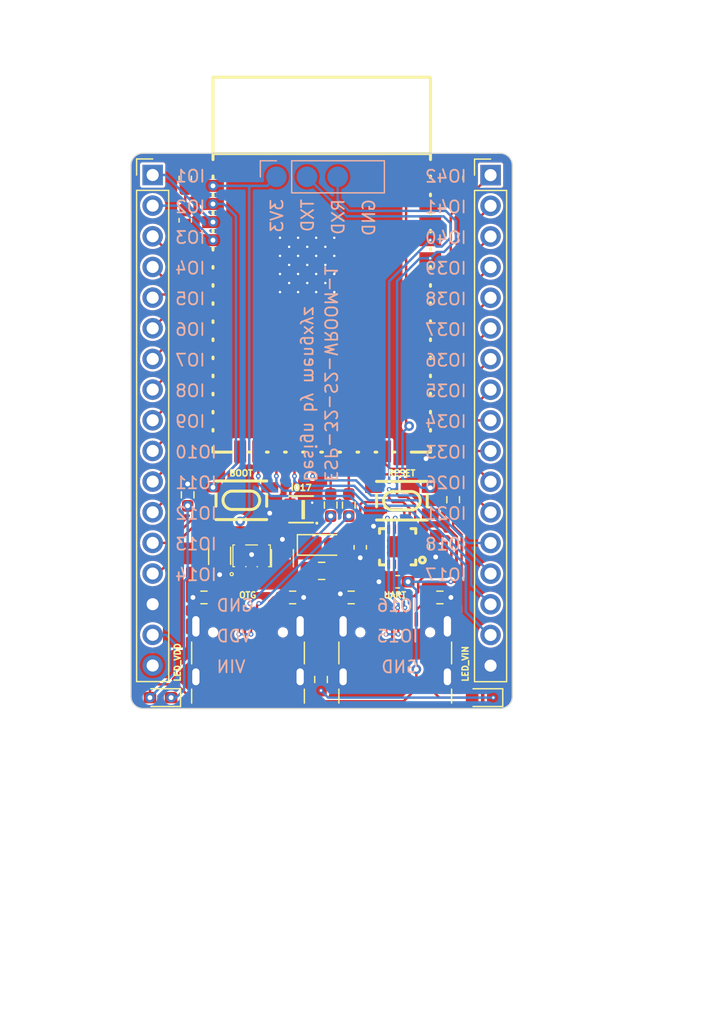
<source format=kicad_pcb>
(kicad_pcb (version 20221018) (generator pcbnew)
  (layers (0 "F.Cu" signal) (31 "B.Cu" signal) (34 "B.Paste" user) (35 "F.Paste" user) (36 "B.SilkS" user "B.Silkscreen") (37 "F.SilkS" user "F.Silkscreen") (38 "B.Mask" user) (39 "F.Mask" user) (44 "Edge.Cuts" user))
  (net 0 "")
  (net 8 "/VBUS")
  (net 9 "GND")
  (net 10 "/VIN")
  (net 11 "Net-(J1-CC1)")
  (net 12 "/UART_D+")
  (net 13 "/UART_D-")
  (net 14 "Net-(J1-CC2)")
  (net 15 "/ESP_D+")
  (net 16 "/ESP_D-")
  (net 19 "Net-(U1-V3)")
  (net 20 "VDD")
  (net 21 "/*ESP_D-")
  (net 22 "/*ESP_D+")
  (net 23 "Net-(J2-CC1)")
  (net 24 "Net-(J2-CC2)")
  (net 25 "/IO18")
  (net 26 "/IO17")
  (net 27 "/IO16")
  (net 28 "/IO15")
  (net 29 "/IO14")
  (net 30 "/IO13")
  (net 31 "/IO12")
  (net 32 "/IO11")
  (net 33 "/IO10")
  (net 34 "/IO9")
  (net 35 "/IO8")
  (net 36 "/IO7")
  (net 37 "/IO6")
  (net 38 "/IO5")
  (net 39 "/IO4")
  (net 40 "/IO3")
  (net 41 "/IO2")
  (net 42 "/IO1")
  (net 43 "/IO45")
  (net 44 "/IO46")
  (net 45 "/IO42")
  (net 46 "/IO41")
  (net 47 "/IO40")
  (net 48 "/IO39")
  (net 49 "/IO38")
  (net 50 "/IO37")
  (net 51 "/IO36")
  (net 52 "/IO35")
  (net 53 "/IO34")
  (net 54 "/IO33")
  (net 55 "/IO26")
  (net 56 "/IO21")
  (net 58 "/VBUS_D")
  (net 59 "/BOOT")
  (net 62 "/RST")
  (net 64 "Net-(D2-K)")
  (net 69 "/UART_RXD")
  (net 70 "/UART_TXD")
  (net 71 "Net-(D3-K)")
  (footprint "Connector_USB:USB_C_Receptacle_GCT_USB4105-xx-A_16P_TopMnt_Horizontal" (layer "F.Cu") (at 130.8 109.8)
    (fp_text reference "J2" hide)
    (fp_text value "USB_C_Receptacle_USB2.0" hide)
  )
  (footprint "Capacitor_SMD:C_0603_1608Metric_Pad1.08x0.95mm_HandSolder" (layer "F.Cu") (at 125.6 73.05 90)
    (fp_text reference "C7" hide)
    (fp_text value "0.1uF" hide)
  )
  (footprint "Capacitor_SMD:C_0603_1608Metric_Pad1.08x0.95mm_HandSolder" (layer "F.Cu") (at 148.1 69.55 90)
    (fp_text reference "C8" hide)
    (fp_text value "0.1uF" hide)
  )
  (footprint "Library:SOT-23-5_L3.0-W1.7-P0.95-LS2.8-BR" (layer "F.Cu") (at 131.1 100.85 -90)
    (fp_text reference "U3" hide)
    (fp_text value "ME6217C33M5G" hide)
  )
  (footprint "LED_SMD:LED_0603_1608Metric_Pad1.05x0.95mm_HandSolder" (layer "F.Cu") (at 150.25 112.6 180)
    (fp_text reference "D3" hide)
    (fp_text value "LED" hide)
  )
  (footprint "Connector_PinHeader_2.54mm:PinHeader_1x17_P2.54mm_Vertical" (layer "F.Cu") (at 150.9 69.31)
    (fp_text reference "J4" hide)
    (fp_text value "Conn_01x17" hide)
  )
  (footprint "Library:SW-SMD_4P-L4.2-W3.2-P2.15-LS5.2" (layer "F.Cu") (at 130.25 96.25 -90)
    (fp_text reference "SW1" hide)
    (fp_text value "TS-1145A-B-A" hide)
  )
  (footprint "Resistor_SMD:R_0603_1608Metric_Pad0.98x0.95mm_HandSolder" (layer "F.Cu") (at 125.8 95.8 90)
    (fp_text reference "R7" hide)
    (fp_text value "300" hide)
  )
  (footprint "Library:TQFN-16_L3.0-W3.0-P0.50-BL-EP1.7" (layer "F.Cu") (at 143.2 100.1 90)
    (fp_text reference "U1" hide)
    (fp_text value "CH343P" hide)
  )
  (footprint "Resistor_SMD:R_0603_1608Metric_Pad0.98x0.95mm_HandSolder" (layer "F.Cu") (at 139.15 96.65 90)
    (fp_text reference "R4" hide)
    (fp_text value "300" hide)
  )
  (footprint "Resistor_SMD:R_0603_1608Metric_Pad0.98x0.95mm_HandSolder" (layer "F.Cu") (at 139.35 104.3)
    (fp_text reference "R1" hide)
    (fp_text value "5.1K" hide)
  )
  (footprint "Capacitor_SMD:C_0603_1608Metric_Pad1.08x0.95mm_HandSolder" (layer "F.Cu") (at 143.2 103 180)
    (fp_text reference "C3" hide)
    (fp_text value "0.1uF" hide)
  )
  (footprint "Capacitor_SMD:C_0603_1608Metric_Pad1.08x0.95mm_HandSolder" (layer "F.Cu") (at 146.35 100.1 90)
    (fp_text reference "C1" hide)
    (fp_text value "1uF" hide)
  )
  (footprint "Library:SW-SMD_4P-L4.2-W3.2-P2.15-LS5.2" (layer "F.Cu") (at 143.55 96.285 90)
    (fp_text reference "SW2" hide)
    (fp_text value "TS-1145A-B-A" hide)
  )
  (footprint "Capacitor_SMD:C_1206_3216Metric_Pad1.33x1.80mm_HandSolder" (layer "F.Cu") (at 128.45 100.85 90)
    (fp_text reference "C5" hide)
    (fp_text value "22uF" hide)
  )
  (footprint "Capacitor_SMD:C_0603_1608Metric_Pad1.08x0.95mm_HandSolder" (layer "F.Cu") (at 125.6 69.55 -90)
    (fp_text reference "C6" hide)
    (fp_text value "1uF" hide)
  )
  (footprint "Resistor_SMD:R_0603_1608Metric_Pad0.98x0.95mm_HandSolder" (layer "F.Cu") (at 146.7 104.3)
    (fp_text reference "R2" hide)
    (fp_text value "5.1K" hide)
  )
  (footprint "Library:WIFI-SMD_ESP32-S2-WROVER-I" (layer "F.Cu") (at 136.9 80.45)
    (fp_text reference "U2" hide)
    (fp_text value "ESP32-S2-WROOM-I(4M)" hide)
  )
  (footprint "Resistor_SMD:R_0603_1608Metric_Pad0.98x0.95mm_HandSolder" (layer "F.Cu") (at 127.15 104.3)
    (fp_text reference "R6" hide)
    (fp_text value "5.1K" hide)
  )
  (footprint "Resistor_SMD:R_0603_1608Metric_Pad0.98x0.95mm_HandSolder" (layer "F.Cu") (at 136.85 111.1 90)
    (fp_text reference "R9" hide)
    (fp_text value "300" hide)
  )
  (footprint "Resistor_SMD:R_0603_1608Metric_Pad0.98x0.95mm_HandSolder" (layer "F.Cu") (at 134.5 104.3)
    (fp_text reference "R5" hide)
    (fp_text value "5.1K" hide)
  )
  (footprint "Library:LED-SMD_4P-L2.0-W2.0-TL_WS2812B-2020" (layer "F.Cu") (at 135.2 97 180)
    (fp_text reference "LED1" hide)
    (fp_text value "WS2812B-2020" hide)
  )
  (footprint "LED_SMD:LED_0603_1608Metric_Pad1.05x0.95mm_HandSolder" (layer "F.Cu") (at 123.55 112.6 180)
    (fp_text reference "D2" hide)
    (fp_text value "LED" hide)
  )
  (footprint "Resistor_SMD:R_0603_1608Metric_Pad0.98x0.95mm_HandSolder" (layer "F.Cu") (at 147.8 96.2 -90)
    (fp_text reference "R8" hide)
    (fp_text value "10K" hide)
  )
  (footprint "Resistor_SMD:R_0603_1608Metric_Pad0.98x0.95mm_HandSolder" (layer "F.Cu") (at 137.65 96.65 -90)
    (fp_text reference "R3" hide)
    (fp_text value "300" hide)
  )
  (footprint "Connector_PinHeader_2.54mm:PinHeader_1x17_P2.54mm_Vertical" (layer "F.Cu") (at 122.9 69.3)
    (fp_text reference "J3" hide)
    (fp_text value "Conn_01x17" hide)
  )
  (footprint "Connector_USB:USB_C_Receptacle_GCT_USB4105-xx-A_16P_TopMnt_Horizontal" (layer "F.Cu") (at 143 109.8)
    (fp_text reference "J1" hide)
    (fp_text value "USB_C_Receptacle_USB2.0" hide)
  )
  (footprint "Fuse:Fuse_0805_2012Metric_Pad1.15x1.40mm_HandSolder" (layer "F.Cu") (at 136.9 102.1)
    (fp_text reference "F1" hide)
    (fp_text value "800mA" hide)
  )
  (footprint "Capacitor_SMD:C_0603_1608Metric_Pad1.08x0.95mm_HandSolder" (layer "F.Cu") (at 140.1 100.15 90)
    (fp_text reference "C2" hide)
    (fp_text value "0.1uF" hide)
  )
  (footprint "Diode_SMD:D_SOD-323_HandSoldering" (layer "F.Cu") (at 136.9 99.95)
    (fp_text reference "D1" hide)
    (fp_text value "1N4148WS" hide)
  )
  (footprint "Capacitor_SMD:C_1206_3216Metric_Pad1.33x1.80mm_HandSolder" (layer "F.Cu") (at 133.65 101.05 -90)
    (fp_text reference "C4" hide)
    (fp_text value "10uF" hide)
  )
  (footprint "Connector_PinHeader_2.54mm:PinHeader_1x04_P2.54mm_Vertical" (layer "B.Cu") (at 133.15 69.45 -90)
    (fp_text reference "J5" hide)
    (fp_text value "UART_TEST_POINT" hide)
  )
  (gr_line (start 152.7 68.5) (end 152.7 112.5) (stroke (width 0.1)) (layer "Edge.Cuts"))
  (gr_arc (start 121.1 68.5) (mid 121.392893 67.792893) (end 122.1 67.5) (stroke (width 0.1)) (layer "Edge.Cuts"))
  (gr_arc (start 152.7 112.5) (mid 152.407107 113.207107) (end 151.7 113.5) (stroke (width 0.1)) (layer "Edge.Cuts"))
  (gr_line (start 121.1 68.5) (end 121.1 112.5) (stroke (width 0.1)) (layer "Edge.Cuts"))
  (gr_arc (start 122.1 113.5) (mid 121.392893 113.207107) (end 121.1 112.5) (stroke (width 0.1)) (layer "Edge.Cuts"))
  (gr_line (start 151.7 113.5) (end 122.1 113.5) (stroke (width 0.1)) (layer "Edge.Cuts"))
  (gr_line (start 122.1 67.5) (end 151.7 67.5) (stroke (width 0.1)) (layer "Edge.Cuts"))
  (gr_arc (start 151.7 67.5) (mid 152.407107 67.792893) (end 152.7 68.5) (stroke (width 0.1)) (layer "Edge.Cuts"))
  (gr_text "IO3" (at 127.35 75.0675) (layer "B.SilkS") (effects (font (size 1 1)) (justify left bottom mirror)))
  (gr_text "IO1" (at 127.35 69.9875) (layer "B.SilkS") (effects (font (size 1 1)) (justify left bottom mirror)))
  (gr_text "IO8" (at 127.35 87.7675) (layer "B.SilkS") (effects (font (size 1 1)) (justify left bottom mirror)))
  (gr_text "ESP-32-S2-WROOM-1" (at 137.0625 94.8 -90) (layer "B.SilkS") (effects (font (size 1 1)) (justify left bottom mirror)))
  (gr_text "IO10" (at 128.302381 92.8475) (layer "B.SilkS") (effects (font (size 1 1)) (justify left bottom mirror)))
  (gr_text "IO7" (at 127.35 85.2275) (layer "B.SilkS") (effects (font (size 1 1)) (justify left bottom mirror)))
  (gr_text "IO26" (at 149 95.3975) (layer "B.SilkS") (effects (font (size 1 1)) (justify left bottom mirror)))
  (gr_text "IO36" (at 149 85.2375) (layer "B.SilkS") (effects (font (size 1 1)) (justify left bottom mirror)))
  (gr_text "IO16" (at 145 105.5575) (layer "B.SilkS") (effects (font (size 1 1)) (justify left bottom mirror)))
  (gr_text "IO4" (at 127.35 77.6075) (layer "B.SilkS") (effects (font (size 1 1)) (justify left bottom mirror)))
  (gr_text "RXD" (at 138.8675 71.2 90) (layer "B.SilkS") (effects (font (size 1 1)) (justify left bottom mirror)))
  (gr_text "IO41" (at 149 72.5375) (layer "B.SilkS") (effects (font (size 1 1)) (justify left bottom mirror)))
  (gr_text "IO11" (at 128.302381 95.3875) (layer "B.SilkS") (effects (font (size 1 1)) (justify left bottom mirror)))
  (gr_text "TXD" (at 136.3275 71.2 90) (layer "B.SilkS") (effects (font (size 1 1)) (justify left bottom mirror)))
  (gr_text "IO9" (at 127.35 90.3075) (layer "B.SilkS") (effects (font (size 1 1)) (justify left bottom mirror)))
  (gr_text "3V3" (at 133.7875 71.2 90) (layer "B.SilkS") (effects (font (size 1 1)) (justify left bottom mirror)))
  (gr_text "IO13" (at 128.302381 100.4675) (layer "B.SilkS") (effects (font (size 1 1)) (justify left bottom mirror)))
  (gr_text "IO40" (at 149 75.0775) (layer "B.SilkS") (effects (font (size 1 1)) (justify left bottom mirror)))
  (gr_text "IO18" (at 149 100.4775) (layer "B.SilkS") (effects (font (size 1 1)) (justify left bottom mirror)))
  (gr_text "IO2" (at 127.35 72.5275) (layer "B.SilkS") (effects (font (size 1 1)) (justify left bottom mirror)))
  (gr_text "IO12" (at 128.302381 97.9275) (layer "B.SilkS") (effects (font (size 1 1)) (justify left bottom mirror)))
  (gr_text "IO34" (at 149 90.3175) (layer "B.SilkS") (effects (font (size 1 1)) (justify left bottom mirror)))
  (gr_text "IO37" (at 149 82.6975) (layer "B.SilkS") (effects (font (size 1 1)) (justify left bottom mirror)))
  (gr_text "GND" (at 145 110.6375) (layer "B.SilkS") (effects (font (size 1 1)) (justify left bottom mirror)))
  (gr_text "IO33" (at 149 92.8575) (layer "B.SilkS") (effects (font (size 1 1)) (justify left bottom mirror)))
  (gr_text "Design by mengxyz" (at 135.3625 94.8 -90) (layer "B.SilkS") (effects (font (size 1 1)) (justify left bottom mirror)))
  (gr_text "IO21" (at 149 97.9375) (layer "B.SilkS") (effects (font (size 1 1)) (justify left bottom mirror)))
  (gr_text "GND" (at 131.35 105.5475) (layer "B.SilkS") (effects (font (size 1 1)) (justify left bottom mirror)))
  (gr_text "IO38" (at 149 80.1575) (layer "B.SilkS") (effects (font (size 1 1)) (justify left bottom mirror)))
  (gr_text "IO6" (at 127.35 82.6875) (layer "B.SilkS") (effects (font (size 1 1)) (justify left bottom mirror)))
  (gr_text "IO35" (at 149 87.7775) (layer "B.SilkS") (effects (font (size 1 1)) (justify left bottom mirror)))
  (gr_text "GND" (at 141.4075 71.2 90) (layer "B.SilkS") (effects (font (size 1 1)) (justify left bottom mirror)))
  (gr_text "IO39" (at 149 77.6175) (layer "B.SilkS") (effects (font (size 1 1)) (justify left bottom mirror)))
  (gr_text "IO17" (at 149 103.0175) (layer "B.SilkS") (effects (font (size 1 1)) (justify left bottom mirror)))
  (gr_text "VDD" (at 131.159524 108.0875) (layer "B.SilkS") (effects (font (size 1 1)) (justify left bottom mirror)))
  (gr_text "VIN" (at 130.683333 110.6275) (layer "B.SilkS") (effects (font (size 1 1)) (justify left bottom mirror)))
  (gr_text "IO15" (at 145 108.0975) (layer "B.SilkS") (effects (font (size 1 1)) (justify left bottom mirror)))
  (gr_text "IO42" (at 149 69.9975) (layer "B.SilkS") (effects (font (size 1 1)) (justify left bottom mirror)))
  (gr_text "IO14" (at 128.302381 103.0075) (layer "B.SilkS") (effects (font (size 1 1)) (justify left bottom mirror)))
  (gr_text "IO5" (at 127.35 80.1475) (layer "B.SilkS") (effects (font (size 1 1)) (justify left bottom mirror)))
  (gr_text "BOOT" (at 129.179464 94.3) (layer "F.SilkS") (effects (font (size 0.5 0.5) (thickness 0.125)) (justify left bottom)))
  (gr_text "OTG" (at 129.991369 104.4) (layer "F.SilkS") (effects (font (size 0.5 0.5) (thickness 0.125)) (justify left bottom)))
  (gr_text "IO17" (at 134.264108 95.5) (layer "F.SilkS") (effects (font (size 0.5 0.5) (thickness 0.125)) (justify left bottom)))
  (gr_text "LED_VDD" (at 125.25 111.35 90) (layer "F.SilkS") (effects (font (size 0.5 0.5) (thickness 0.125)) (justify left bottom)))
  (gr_text "UART" (at 141.977084 104.4) (layer "F.SilkS") (effects (font (size 0.5 0.5) (thickness 0.125)) (justify left bottom)))
  (gr_text "LED_VIN" (at 149.1 111.35 90) (layer "F.SilkS") (effects (font (size 0.5 0.5) (thickness 0.125)) (justify left bottom)))
  (gr_text "RESET" (at 142.312798 94.3) (layer "F.SilkS") (effects (font (size 0.5 0.5) (thickness 0.125)) (justify left bottom)))
  (segment (start 144.65 99.85) (end 145.7375 99.85) (width 0.2) (layer "F.Cu") (net 8))
  (segment (start 147.65 102) (end 147.65 99.55) (width 0.2) (layer "F.Cu") (net 8))
  (segment (start 134.28 97.55) (end 134.9 97.55) (width 0.2) (layer "F.Cu") (net 8))
  (segment (start 144.9 103.85) (end 144.9 103.05) (width 0.2) (layer "F.Cu") (net 8))
  (segment (start 147.65 99.55) (end 147.3375 99.2375) (width 0.2) (layer "F.Cu") (net 8))
  (segment (start 135.65 99.75) (end 135.65 99.95) (width 0.2) (layer "F.Cu") (net 8))
  (segment (start 133.65 101.9125) (end 133.6875 101.9125) (width 0.2) (layer "F.Cu") (net 8))
  (segment (start 136.2 99.05) (end 135.35 99.05) (width 0.2) (layer "F.Cu") (net 8))
  (segment (start 135.2 98.9) (end 135.35 99.05) (width 0.2) (layer "F.Cu") (net 8))
  (segment (start 135.2 97.85) (end 135.2 98.9) (width 0.2) (layer "F.Cu") (net 8))
  (segment (start 144.55 104.2) (end 144.9 103.85) (width 0.2) (layer "F.Cu") (net 8))
  (segment (start 134.9 97.55) (end 135.2 97.85) (width 0.2) (layer "F.Cu") (net 8))
  (segment (start 140.95 101.85) (end 140.95 103.4) (width 0.2) (layer "F.Cu") (net 8))
  (segment (start 141.75 104.2) (end 144.55 104.2) (width 0.2) (layer "F.Cu") (net 8))
  (segment (start 139.35 102.05) (end 139.1 101.8) (width 0.2) (layer "F.Cu") (net 8))
  (segment (start 139.1 101.8) (end 139.1 99.4) (width 0.2) (layer "F.Cu") (net 8))
  (segment (start 144.9 103.05) (end 145.35 102.6) (width 0.2) (layer "F.Cu") (net 8))
  (segment (start 139.1 99.4) (end 138.75 99.05) (width 0.2) (layer "F.Cu") (net 8))
  (segment (start 145.7375 99.85) (end 146.35 99.2375) (width 0.2) (layer "F.Cu") (net 8))
  (segment (start 141.05 99.35) (end 140.95 99.45) (width 0.2) (layer "F.Cu") (net 8))
  (segment (start 138.75 99.05) (end 136.2 99.05) (width 0.2) (layer "F.Cu") (net 8))
  (segment (start 135.65 99.05) (end 135.65 99.95) (width 0.2) (layer "F.Cu") (net 8))
  (segment (start 145.35 102.6) (end 147.05 102.6) (width 0.2) (layer "F.Cu") (net 8))
  (segment (start 147.05 102.6) (end 147.65 102) (width 0.2) (layer "F.Cu") (net 8))
  (segment (start 147.3375 99.2375) (end 146.35 99.2375) (width 0.2) (layer "F.Cu") (net 8))
  (segment (start 141.75 99.35) (end 141.05 99.35) (width 0.2) (layer "F.Cu") (net 8))
  (segment (start 140.95 102.05) (end 139.35 102.05) (width 0.2) (layer "F.Cu") (net 8))
  (segment (start 140.95 103.4) (end 141.75 104.2) (width 0.2) (layer "F.Cu") (net 8))
  (segment (start 140.95 99.45) (end 140.95 101.85) (width 0.2) (layer "F.Cu") (net 8))
  (segment (start 143.65 92.2) (end 144.95 92.2) (width 0.2) (layer "F.Cu") (net 9))
  (segment (start 127.055 106.12) (end 126.48 106.695) (width 0.2) (layer "F.Cu") (net 9))
  (segment (start 146.745 106.12) (end 147.32 106.695) (width 0.2) (layer "F.Cu") (net 9))
  (segment (start 127.6 106.12) (end 127.055 106.12) (width 0.2) (layer "F.Cu") (net 9))
  (segment (start 146.2 106.12) (end 146.745 106.12) (width 0.2) (layer "F.Cu") (net 9))
  (segment (start 144.65 100.35) (end 145.7375 100.35) (width 0.2) (layer "F.Cu") (net 9))
  (segment (start 134 106.12) (end 134.545 106.12) (width 0.2) (layer "F.Cu") (net 9))
  (segment (start 146.35 100.95) (end 146.35 100.9625) (width 0.2) (layer "F.Cu") (net 9))
  (segment (start 138.68 104.23) (end 138.45 104) (width 0.2) (layer "F.Cu") (net 9))
  (segment (start 146.3375 100.95) (end 146.35 100.95) (width 0.2) (layer "F.Cu") (net 9))
  (segment (start 145.7375 100.35) (end 146.3375 100.95) (width 0.2) (layer "F.Cu") (net 9))
  (segment (start 131.1 102.15) (end 131.1 100.75) (width 0.2) (layer "F.Cu") (net 9))
  (segment (start 134.545 106.12) (end 135.12 106.695) (width 0.2) (layer "F.Cu") (net 9))
  (segment (start 144.95 92.2) (end 145.55 92.8) (width 0.2) (layer "F.Cu") (net 9))
  (segment (start 139.255 106.12) (end 138.68 106.695) (width 0.2) (layer "F.Cu") (net 9))
  (segment (start 146.35 100.9625) (end 146.35 100.9625) (width 0.2) (layer "F.Cu") (net 9))
  (segment (start 144.65 100.35) (end 143.45 100.35) (width 0.2) (layer "F.Cu") (net 9))
  (segment (start 139.8 106.12) (end 139.255 106.12) (width 0.2) (layer "F.Cu") (net 9))
  (segment (start 142.3375 103) (end 141.65 103) (width 0.2) (layer "F.Cu") (net 9))
  (via (at 137.95 77.5) (size 0.4) (drill 0.2) (layers "F.Cu" "B.Cu") (net 9))
  (via (at 137.95 76) (size 0.4) (drill 0.2) (layers "F.Cu" "B.Cu") (net 9))
  (via (at 134.95 77.5) (size 0.4) (drill 0.2) (layers "F.Cu" "B.Cu") (net 9))
  (via (at 137.21 78.25) (size 0.4) (drill 0.2) (layers "F.Cu" "B.Cu") (net 9))
  (via (at 131.1 100.75) (size 0.8) (drill 0.4) (layers "F.Cu" "B.Cu") (net 9))
  (via (at 134.95 76) (size 0.4) (drill 0.2) (layers "F.Cu" "B.Cu") (net 9))
  (via (at 135.4125 104.3) (size 0.8) (drill 0.4) (layers "F.Cu" "B.Cu") (net 9))
  (via (at 137.21 76.75) (size 0.4) (drill 0.2) (layers "F.Cu" "B.Cu") (net 9))
  (via (at 136.45 79) (size 0.4) (drill 0.2) (layers "F.Cu" "B.Cu") (net 9))
  (via (at 136.12 96.45) (size 0.4) (drill 0.2) (layers "F.Cu" "B.Cu") (net 9))
  (via (at 137.21 75.25) (size 0.4) (drill 0.2) (layers "F.Cu" "B.Cu") (net 9))
  (via (at 146.35 100.95) (size 0.8) (drill 0.4) (layers "F.Cu" "B.Cu") (net 9))
  (via (at 137.95 79) (size 0.4) (drill 0.2) (layers "F.Cu" "B.Cu") (net 9))
  (via (at 135.71 75.25) (size 0.4) (drill 0.2) (layers "F.Cu" "B.Cu") (net 9))
  (via (at 133.45 79) (size 0.4) (drill 0.2) (layers "F.Cu" "B.Cu") (net 9))
  (via (at 133.45 77.5) (size 0.4) (drill 0.2) (layers "F.Cu" "B.Cu") (net 9))
  (via (at 137.95 74.5) (size 0.4) (drill 0.2) (layers "F.Cu" "B.Cu") (net 9))
  (via (at 133.45 76) (size 0.4) (drill 0.2) (layers "F.Cu" "B.Cu") (net 9))
  (via (at 134.95 79) (size 0.4) (drill 0.2) (layers "F.Cu" "B.Cu") (net 9))
  (via (at 128.45 102.4125) (size 0.8) (drill 0.4) (layers "F.Cu" "B.Cu") (net 9))
  (via (at 133.65 99.4875) (size 0.8) (drill 0.4) (layers "F.Cu" "B.Cu") (net 9))
  (via (at 136.45 76) (size 0.4) (drill 0.2) (layers "F.Cu" "B.Cu") (net 9))
  (via (at 136.45 74.5) (size 0.4) (drill 0.2) (layers "F.Cu" "B.Cu") (net 9))
  (via (at 138.45 104) (size 0.8) (drill 0.4) (layers "F.Cu" "B.Cu") (net 9))
  (via (at 145.55 92.8) (size 0.8) (drill 0.4) (layers "F.Cu" "B.Cu") (net 9))
  (via (at 141.65 103) (size 0.8) (drill 0.4) (layers "F.Cu" "B.Cu") (net 9))
  (via (at 140.1 101.0125) (size 0.8) (drill 0.4) (layers "F.Cu" "B.Cu") (net 9))
  (via (at 125.8 94.9) (size 0.8) (drill 0.4) (layers "F.Cu" "B.Cu") (net 9))
  (via (at 134.21 76.75) (size 0.4) (drill 0.2) (layers "F.Cu" "B.Cu") (net 9))
  (via (at 135.71 76.75) (size 0.4) (drill 0.2) (layers "F.Cu" "B.Cu") (net 9))
  (via (at 135.71 78.25) (size 0.4) (drill 0.2) (layers "F.Cu" "B.Cu") (net 9))
  (via (at 136.45 77.5) (size 0.4) (drill 0.2) (layers "F.Cu" "B.Cu") (net 9))
  (via (at 133.45 74.5) (size 0.4) (drill 0.2) (layers "F.Cu" "B.Cu") (net 9))
  (via (at 132.6 97.32) (size 0.8) (drill 0.4) (layers "F.Cu" "B.Cu") (net 9))
  (via (at 141.2 98.4) (size 0.8) (drill 0.4) (layers "F.Cu" "B.Cu") (net 9))
  (via (at 147.6125 104.3) (size 0.8) (drill 0.4) (layers "F.Cu" "B.Cu") (net 9))
  (via (at 134.21 75.25) (size 0.4) (drill 0.2) (layers "F.Cu" "B.Cu") (net 9))
  (via (at 134.21 78.25) (size 0.4) (drill 0.2) (layers "F.Cu" "B.Cu") (net 9))
  (via (at 126.2375 104.3) (size 0.8) (drill 0.4) (layers "F.Cu" "B.Cu") (net 9))
  (via (at 134.95 74.5) (size 0.4) (drill 0.2) (layers "F.Cu" "B.Cu") (net 9))
  (segment (start 146.65 112.6) (end 145.85 111.8) (width 0.2) (layer "F.Cu") (net 10))
  (segment (start 149.375 112.6) (end 146.65 112.6) (width 0.2) (layer "F.Cu") (net 10))
  (segment (start 123.79 109.05) (end 122.9 109.94) (width 0.2) (layer "F.Cu") (net 10))
  (segment (start 130.9 109.05) (end 123.79 109.05) (width 0.2) (layer "F.Cu") (net 10))
  (segment (start 145.85 111.8) (end 145.85 109.35) (width 0.2) (layer "F.Cu") (net 10))
  (segment (start 141.15 104.3) (end 140.2625 104.3) (width 0.2) (layer "F.Cu") (net 11))
  (segment (start 141.75 104.9) (end 141.15 104.3) (width 0.2) (layer "F.Cu") (net 11))
  (segment (start 141.75 106.12) (end 141.75 104.9) (width 0.2) (layer "F.Cu") (net 11))
  (segment (start 142.75 107.7) (end 142.95 107.9) (width 0.2) (layer "F.Cu") (net 12))
  (segment (start 142.95 98.675) (end 142.95 97.775) (width 0.2) (layer "F.Cu") (net 12))
  (segment (start 143.75 105.2) (end 143.8 105.15) (width 0.2) (layer "F.Cu") (net 12))
  (segment (start 142.95 107.9) (end 143.55 107.9) (width 0.2) (layer "F.Cu") (net 12))
  (segment (start 143.75 107.7) (end 143.75 106.12) (width 0.2) (layer "F.Cu") (net 12))
  (segment (start 142.75 106.12) (end 142.75 107.7) (width 0.2) (layer "F.Cu") (net 12))
  (segment (start 142.95 97.775) (end 143 97.725) (width 0.2) (layer "F.Cu") (net 12))
  (segment (start 143.55 107.9) (end 143.75 107.7) (width 0.2) (layer "F.Cu") (net 12))
  (segment (start 143.75 106.12) (end 143.75 105.2) (width 0.2) (layer "F.Cu") (net 12))
  (via (at 143.8 105.15) (size 0.4) (drill 0.2) (layers "F.Cu" "B.Cu") (net 12))
  (via (at 143 97.725) (size 0.4) (drill 0.2) (layers "F.Cu" "B.Cu") (net 12))
  (segment (start 143.725001 104.656801) (end 142.900001 103.831801) (width 0.2) (layer "B.Cu") (net 12))
  (segment (start 142.900001 97.824999) (end 143 97.725) (width 0.2) (layer "B.Cu") (net 12))
  (segment (start 142.900001 103.831801) (end 142.900001 97.824999) (width 0.2) (layer "B.Cu") (net 12))
  (segment (start 143.8 105.15) (end 143.725001 105.075001) (width 0.2) (layer "B.Cu") (net 12))
  (segment (start 143.725001 105.075001) (end 143.725001 104.656801) (width 0.2) (layer "B.Cu") (net 12))
  (segment (start 143.25 106.12) (end 143.25 107.35) (width 0.2) (layer "F.Cu") (net 13))
  (segment (start 142.45 97.825) (end 142.35 97.725) (width 0.2) (layer "F.Cu") (net 13))
  (segment (start 143.25 106.12) (end 143.25 105.2) (width 0.2) (layer "F.Cu") (net 13))
  (segment (start 142.45 98.675) (end 142.45 97.825) (width 0.2) (layer "F.Cu") (net 13))
  (segment (start 142.25 106.12) (end 142.25 107.35) (width 0.2) (layer "F.Cu") (net 13))
  (segment (start 143.25 105.2) (end 143.2 105.15) (width 0.2) (layer "F.Cu") (net 13))
  (via (at 143.25 107.35) (size 0.4) (drill 0.2) (layers "F.Cu" "B.Cu") (net 13))
  (via (at 143.2 105.15) (size 0.4) (drill 0.2) (layers "F.Cu" "B.Cu") (net 13))
  (via (at 142.25 107.35) (size 0.4) (drill 0.2) (layers "F.Cu" "B.Cu") (net 13))
  (via (at 142.35 97.725) (size 0.4) (drill 0.2) (layers "F.Cu" "B.Cu") (net 13))
  (segment (start 142.449999 97.824999) (end 142.35 97.725) (width 0.2) (layer "B.Cu") (net 13))
  (segment (start 143.2 105.15) (end 143.274999 105.075001) (width 0.2) (layer "B.Cu") (net 13))
  (segment (start 142.4 97.775) (end 142.35 97.725) (width 0.2) (layer "B.Cu") (net 13))
  (segment (start 143.274999 105.075001) (end 143.274999 104.843199) (width 0.2) (layer "B.Cu") (net 13))
  (segment (start 142.25 107.35) (end 143.25 107.35) (width 0.2) (layer "B.Cu") (net 13))
  (segment (start 143.274999 104.843199) (end 142.449999 104.018199) (width 0.2) (layer "B.Cu") (net 13))
  (segment (start 142.449999 104.018199) (end 142.449999 97.824999) (width 0.2) (layer "B.Cu") (net 13))
  (segment (start 144.75 105.3375) (end 145.7875 104.3) (width 0.2) (layer "F.Cu") (net 14))
  (segment (start 144.75 106.12) (end 144.75 105.3375) (width 0.2) (layer "F.Cu") (net 14))
  (segment (start 130.7 108.05) (end 131.4 108.05) (width 0.2) (layer "F.Cu") (net 15))
  (segment (start 131.4 108.05) (end 131.55 107.9) (width 0.2) (layer "F.Cu") (net 15))
  (segment (start 131.55 107.9) (end 131.55 106.12) (width 0.2) (layer "F.Cu") (net 15))
  (segment (start 131.55 106.12) (end 131.55 104.95) (width 0.2) (layer "F.Cu") (net 15))
  (segment (start 130.55 107.9) (end 130.7 108.05) (width 0.2) (layer "F.Cu") (net 15))
  (segment (start 130.55 106.12) (end 130.55 107.9) (width 0.2) (layer "F.Cu") (net 15))
  (segment (start 131.55 104.95) (end 131.7 104.8) (width 0.2) (layer "F.Cu") (net 15))
  (via (at 131.7 104.8) (size 0.4) (drill 0.2) (layers "F.Cu" "B.Cu") (net 15))
  (via (at 139.15 97.55) (size 0.8) (drill 0.4) (layers "F.Cu" "B.Cu") (net 15))
  (segment (start 131.9 104.8) (end 139.15 97.55) (width 0.2) (layer "B.Cu") (net 15))
  (segment (start 131.7 104.8) (end 131.9 104.8) (width 0.2) (layer "B.Cu") (net 15))
  (segment (start 131.05 106.12) (end 131.05 107.35) (width 0.2) (layer "F.Cu") (net 16))
  (segment (start 131.05 106.12) (end 131.05 104.9) (width 0.2) (layer "F.Cu") (net 16))
  (segment (start 130.05 106.12) (end 130.05 107.35) (width 0.2) (layer "F.Cu") (net 16))
  (segment (start 131.05 104.9) (end 130.95 104.8) (width 0.2) (layer "F.Cu") (net 16))
  (via (at 130.95 104.8) (size 0.4) (drill 0.2) (layers "F.Cu" "B.Cu") (net 16))
  (via (at 130.05 107.35) (size 0.4) (drill 0.2) (layers "F.Cu" "B.Cu") (net 16))
  (via (at 131.05 107.35) (size 0.4) (drill 0.2) (layers "F.Cu" "B.Cu") (net 16))
  (via (at 137.65 97.55) (size 0.8) (drill 0.4) (layers "F.Cu" "B.Cu") (net 16))
  (segment (start 137.65 98.1) (end 137.65 97.55) (width 0.2) (layer "B.Cu") (net 16))
  (segment (start 130.95 104.8) (end 137.65 98.1) (width 0.2) (layer "B.Cu") (net 16))
  (segment (start 130.05 107.35) (end 131.05 107.35) (width 0.2) (layer "B.Cu") (net 16))
  (segment (start 143.75 97.2) (end 143.75 97.65) (width 0.2) (layer "F.Cu") (net 19))
  (segment (start 140.1 99.2875) (end 140.1 96.6) (width 0.2) (layer "F.Cu") (net 19))
  (segment (start 142 96.4) (end 142.6 97) (width 0.2) (layer "F.Cu") (net 19))
  (segment (start 143.45 97.95) (end 143.45 98.65) (width 0.2) (layer "F.Cu") (net 19))
  (segment (start 143.75 97.65) (end 143.45 97.95) (width 0.2) (layer "F.Cu") (net 19))
  (segment (start 140.1 96.6) (end 140.3 96.4) (width 0.2) (layer "F.Cu") (net 19))
  (segment (start 140.3 96.4) (end 142 96.4) (width 0.2) (layer "F.Cu") (net 19))
  (segment (start 142.6 97) (end 143.55 97) (width 0.2) (layer "F.Cu") (net 19))
  (segment (start 143.55 97) (end 143.75 97.2) (width 0.2) (layer "F.Cu") (net 19))
  (segment (start 125.8125 70.2) (end 125.6 70.4125) (width 0.2) (layer "F.Cu") (net 20))
  (segment (start 143.7 112.9) (end 144.75 111.85) (width 0.2) (layer "F.Cu") (net 20))
  (segment (start 122.9 107.4) (end 124 107.4) (width 0.2) (layer "F.Cu") (net 20))
  (segment (start 127.9 70.2) (end 125.8125 70.2) (width 0.2) (layer "F.Cu") (net 20))
  (segment (start 148.5 102.5) (end 148 103) (width 0.2) (layer "F.Cu") (net 20))
  (segment (start 130.15 98) (end 130.15 99.55) (width 0.2) (layer "F.Cu") (net 20))
  (segment (start 148.5 99.1) (end 148.5 102.5) (width 0.2) (layer "F.Cu") (net 20))
  (segment (start 124.9 111.5) (end 126.3 112.9) (width 0.2) (layer "F.Cu") (net 20))
  (segment (start 148 103) (end 147.6 103) (width 0.2) (layer "F.Cu") (net 20))
  (segment (start 123.1 111.5) (end 124.9 111.5) (width 0.2) (layer "F.Cu") (net 20))
  (segment (start 125.6 72.1875) (end 125.6 70.4125) (width 0.2) (layer "F.Cu") (net 20))
  (segment (start 147.8 97.1125) (end 147.8 98.4) (width 0.2) (layer "F.Cu") (net 20))
  (segment (start 144.65 100.85) (end 144.65 102.4125) (width 0.2) (layer "F.Cu") (net 20))
  (segment (start 126.3 112.9) (end 143.7 112.9) (width 0.2) (layer "F.Cu") (net 20))
  (segment (start 124 107.4) (end 124.7 106.7) (width 0.2) (layer "F.Cu") (net 20))
  (segment (start 127.2375 100.5) (end 128.45 99.2875) (width 0.2) (layer "F.Cu") (net 20))
  (segment (start 144.75 111.85) (end 144.75 110.25) (width 0.2) (layer "F.Cu") (net 20))
  (segment (start 122.675 112.6) (end 122.675 111.925) (width 0.2) (layer "F.Cu") (net 20))
  (segment (start 147.8 98.4) (end 148.5 99.1) (width 0.2) (layer "F.Cu") (net 20))
  (segment (start 124.7 101.575) (end 125.775 100.5) (width 0.2) (layer "F.Cu") (net 20))
  (segment (start 125.775 100.5) (end 127.2375 100.5) (width 0.2) (layer "F.Cu") (net 20))
  (segment (start 129.8875 99.2875) (end 130.15 99.55) (width 0.2) (layer "F.Cu") (net 20))
  (segment (start 124.7 106.7) (end 124.7 101.575) (width 0.2) (layer "F.Cu") (net 20))
  (segment (start 122.675 111.925) (end 123.1 111.5) (width 0.2) (layer "F.Cu") (net 20))
  (segment (start 128.45 99.2875) (end 129.8875 99.2875) (width 0.2) (layer "F.Cu") (net 20))
  (segment (start 144.65 102.4125) (end 144.0625 103) (width 0.2) (layer "F.Cu") (net 20))
  (via (at 147.6 103) (size 0.4) (drill 0.2) (layers "F.Cu" "B.Cu") (net 20))
  (via (at 144.0625 103) (size 0.8) (drill 0.4) (layers "F.Cu" "B.Cu") (net 20))
  (via (at 130.15 98) (size 0.8) (drill 0.4) (layers "F.Cu" "B.Cu") (net 20))
  (via (at 127.9 70.2) (size 0.8) (drill 0.4) (layers "F.Cu" "B.Cu") (net 20))
  (via (at 122.675 112.6) (size 0.8) (drill 0.4) (layers "F.Cu" "B.Cu") (net 20))
  (via (at 144.75 110.25) (size 0.8) (drill 0.4) (layers "F.Cu" "B.Cu") (net 20))
  (segment (start 130.9 71.65) (end 130.9 71.55) (width 0.2) (layer "B.Cu") (net 20))
  (segment (start 144.75 103.6875) (end 144.0625 103) (width 0.2) (layer "B.Cu") (net 20))
  (segment (start 130.9 71.65) (end 130.9 70.2) (width 0.2) (layer "B.Cu") (net 20))
  (segment (start 144.75 110.25) (end 144.75 103.6875) (width 0.2) (layer "B.Cu") (net 20))
  (segment (start 122.675 112.6) (end 124.7 110.575) (width 0.2) (layer "B.Cu") (net 20))
  (segment (start 124.7 108.1) (end 124 107.4) (width 0.2) (layer "B.Cu") (net 20))
  (segment (start 124.7 110.575) (end 124.7 108.1) (width 0.2) (layer "B.Cu") (net 20))
  (segment (start 130.9 97.25) (end 130.9 71.65) (width 0.2) (layer "B.Cu") (net 20))
  (segment (start 124 107.4) (end 122.9 107.4) (width 0.2) (layer "B.Cu") (net 20))
  (segment (start 130.15 98) (end 130.9 97.25) (width 0.2) (layer "B.Cu") (net 20))
  (segment (start 144.0625 103) (end 147.6 103) (width 0.2) (layer "B.Cu") (net 20))
  (segment (start 133.15 69.45) (end 132.4 70.2) (width 0.2) (layer "B.Cu") (net 20))
  (segment (start 132.4 70.2) (end 130.9 70.2) (width 0.2) (layer "B.Cu") (net 20))
  (segment (start 130.9 70.2) (end 127.9 70.2) (width 0.2) (layer "B.Cu") (net 20))
  (segment (start 137.65 92.2) (end 137.65 95.7375) (width 0.2) (layer "F.Cu") (net 21))
  (segment (start 139.15 92.2) (end 139.15 95.7375) (width 0.2) (layer "F.Cu") (net 22))
  (segment (start 129.2 104.3) (end 128.0625 104.3) (width 0.2) (layer "F.Cu") (net 23))
  (segment (start 129.55 106.12) (end 129.55 104.65) (width 0.2) (layer "F.Cu") (net 23))
  (segment (start 129.55 104.65) (end 129.2 104.3) (width 0.2) (layer "F.Cu") (net 23))
  (segment (start 132.91875 104.3) (end 133.5875 104.3) (width 0.2) (layer "F.Cu") (net 24))
  (segment (start 132.55 104.66875) (end 132.91875 104.3) (width 0.2) (layer "F.Cu") (net 24))
  (segment (start 132.55 106.12) (end 132.55 104.66875) (width 0.2) (layer "F.Cu") (net 24))
  (segment (start 136.15 94.25) (end 136.15 92.2) (width 0.2) (layer "F.Cu") (net 25))
  (segment (start 150.61 99.5) (end 150.9 99.79) (width 0.2) (layer "F.Cu") (net 25))
  (via (at 136.15 94.25) (size 0.4) (drill 0.2) (layers "F.Cu" "B.Cu") (net 25))
  (segment (start 136.5 94.6) (end 139.75 94.6) (width 0.2) (layer "B.Cu") (net 25))
  (segment (start 149.04 99.79) (end 150.9 99.79) (width 0.2) (layer "B.Cu") (net 25))
  (segment (start 139.75 94.6) (end 141 95.85) (width 0.2) (layer "B.Cu") (net 25))
  (segment (start 141 95.85) (end 145.1 95.85) (width 0.2) (layer "B.Cu") (net 25))
  (segment (start 136.15 94.25) (end 136.5 94.6) (width 0.2) (layer "B.Cu") (net 25))
  (segment (start 145.1 95.85) (end 149.04 99.79) (width 0.2) (layer "B.Cu") (net 25))
  (segment (start 134.3 95.6) (end 134.3 96.43) (width 0.2) (layer "F.Cu") (net 26))
  (segment (start 150.9 102.3) (end 150.9 102.33) (width 0.2) (layer "F.Cu") (net 26))
  (segment (start 134.65 95.25) (end 134.3 95.6) (width 0.2) (layer "F.Cu") (net 26))
  (segment (start 134.65 94.25) (end 134.65 95.25) (width 0.2) (layer "F.Cu") (net 26))
  (segment (start 134.65 94.25) (end 134.65 92.2) (width 0.2) (layer "F.Cu") (net 26))
  (via (at 134.65 94.25) (size 0.4) (drill 0.2) (layers "F.Cu" "B.Cu") (net 26))
  (segment (start 139.6 95.05) (end 140.8 96.25) (width 0.2) (layer "B.Cu") (net 26))
  (segment (start 140.8 96.25) (end 144.85 96.25) (width 0.2) (layer "B.Cu") (net 26))
  (segment (start 135.05 95.05) (end 139.6 95.05) (width 0.2) (layer "B.Cu") (net 26))
  (segment (start 134.65 94.25) (end 134.65 94.65) (width 0.2) (layer "B.Cu") (net 26))
  (segment (start 144.85 96.25) (end 150.9 102.3) (width 0.2) (layer "B.Cu") (net 26))
  (segment (start 150.9 102.3) (end 150.9 102.33) (width 0.2) (layer "B.Cu") (net 26))
  (segment (start 134.65 94.65) (end 135.05 95.05) (width 0.2) (layer "B.Cu") (net 26))
  (segment (start 133.15 94.25) (end 133.15 92.2) (width 0.2) (layer "F.Cu") (net 27))
  (segment (start 150.9 104.85) (end 150.9 104.87) (width 0.2) (layer "F.Cu") (net 27))
  (via (at 133.15 94.25) (size 0.4) (drill 0.2) (layers "F.Cu" "B.Cu") (net 27))
  (segment (start 149.3 103.27) (end 150.9 104.87) (width 0.2) (layer "B.Cu") (net 27))
  (segment (start 139.4 95.45) (end 140.65 96.7) (width 0.2) (layer "B.Cu") (net 27))
  (segment (start 133.15 94.25) (end 133.15 94.85) (width 0.2) (layer "B.Cu") (net 27))
  (segment (start 144.6 96.7) (end 149.3 101.4) (width 0.2) (layer "B.Cu") (net 27))
  (segment (start 149.3 101.4) (end 149.3 103.27) (width 0.2) (layer "B.Cu") (net 27))
  (segment (start 133.75 95.45) (end 139.4 95.45) (width 0.2) (layer "B.Cu") (net 27))
  (segment (start 140.65 96.7) (end 144.6 96.7) (width 0.2) (layer "B.Cu") (net 27))
  (segment (start 133.15 94.85) (end 133.75 95.45) (width 0.2) (layer "B.Cu") (net 27))
  (segment (start 131.65 92.2) (end 131.65 94.25) (width 0.2) (layer "F.Cu") (net 28))
  (via (at 131.65 94.25) (size 0.4) (drill 0.2) (layers "F.Cu" "B.Cu") (net 28))
  (segment (start 144.3 97.1) (end 148.85 101.65) (width 0.2) (layer "B.Cu") (net 28))
  (segment (start 148.85 105.5) (end 150.76 107.41) (width 0.2) (layer "B.Cu") (net 28))
  (segment (start 150.76 107.41) (end 150.9 107.41) (width 0.2) (layer "B.Cu") (net 28))
  (segment (start 148.85 101.65) (end 148.85 105.5) (width 0.2) (layer "B.Cu") (net 28))
  (segment (start 139.25 95.9) (end 140.45 97.1) (width 0.2) (layer "B.Cu") (net 28))
  (segment (start 132.7 95.9) (end 139.25 95.9) (width 0.2) (layer "B.Cu") (net 28))
  (segment (start 131.65 94.25) (end 131.65 94.85) (width 0.2) (layer "B.Cu") (net 28))
  (segment (start 131.65 94.85) (end 132.7 95.9) (width 0.2) (layer "B.Cu") (net 28))
  (segment (start 140.45 97.1) (end 144.3 97.1) (width 0.2) (layer "B.Cu") (net 28))
  (segment (start 124.3 101.35) (end 124.3 100.4) (width 0.2) (layer "F.Cu") (net 29))
  (segment (start 122.9 102.32) (end 123.33 102.32) (width 0.2) (layer "F.Cu") (net 29))
  (segment (start 123.33 102.32) (end 124.3 101.35) (width 0.2) (layer "F.Cu") (net 29))
  (segment (start 128.9 98.2) (end 129.2 97.9) (width 0.2) (layer "F.Cu") (net 29))
  (segment (start 129.2 97.9) (end 129.2 93.9) (width 0.2) (layer "F.Cu") (net 29))
  (segment (start 129.2 93.9) (end 130.15 92.95) (width 0.2) (layer "F.Cu") (net 29))
  (segment (start 124.3 100.4) (end 126.5 98.2) (width 0.2) (layer "F.Cu") (net 29))
  (segment (start 126.5 98.2) (end 128.9 98.2) (width 0.2) (layer "F.Cu") (net 29))
  (segment (start 130.15 92.95) (end 130.15 92.2) (width 0.2) (layer "F.Cu") (net 29))
  (segment (start 126.8 97.2) (end 124.22 99.78) (width 0.2) (layer "F.Cu") (net 30))
  (segment (start 127.9 92.8) (end 126.8 93.9) (width 0.2) (layer "F.Cu") (net 30))
  (segment (start 127.9 91.2) (end 127.9 92.8) (width 0.2) (layer "F.Cu") (net 30))
  (segment (start 126.8 93.9) (end 126.8 97.2) (width 0.2) (layer "F.Cu") (net 30))
  (segment (start 124.22 99.78) (end 122.9 99.78) (width 0.2) (layer "F.Cu") (net 30))
  (segment (start 125 92.1) (end 127.4 89.7) (width 0.2) (layer "F.Cu") (net 31))
  (segment (start 125 95.14) (end 125 92.1) (width 0.2) (layer "F.Cu") (net 31))
  (segment (start 122.9 97.24) (end 125 95.14) (width 0.2) (layer "F.Cu") (net 31))
  (segment (start 126.7 88.2) (end 124.6 90.3) (width 0.2) (layer "F.Cu") (net 32))
  (segment (start 124.6 90.3) (end 124.6 93) (width 0.2) (layer "F.Cu") (net 32))
  (segment (start 124.6 93) (end 122.9 94.7) (width 0.2) (layer "F.Cu") (net 32))
  (segment (start 127.9 88.2) (end 126.7 88.2) (width 0.2) (layer "F.Cu") (net 32))
  (segment (start 124.1 90.96) (end 122.9 92.16) (width 0.2) (layer "F.Cu") (net 33))
  (segment (start 124.1 89.65) (end 124.1 90.96) (width 0.2) (layer "F.Cu") (net 33))
  (segment (start 127.05 86.7) (end 124.1 89.65) (width 0.2) (layer "F.Cu") (net 33))
  (segment (start 127.9 86.7) (end 127.05 86.7) (width 0.2) (layer "F.Cu") (net 33))
  (segment (start 127.9 85.2) (end 127.32 85.2) (width 0.2) (layer "F.Cu") (net 34))
  (segment (start 127.32 85.2) (end 122.9 89.62) (width 0.2) (layer "F.Cu") (net 34))
  (segment (start 126.28 83.7) (end 122.9 87.08) (width 0.2) (layer "F.Cu") (net 35))
  (segment (start 127.9 83.7) (end 126.28 83.7) (width 0.2) (layer "F.Cu") (net 35))
  (segment (start 125.24 82.2) (end 122.9 84.54) (width 0.2) (layer "F.Cu") (net 36))
  (segment (start 127.9 82.2) (end 125.24 82.2) (width 0.2) (layer "F.Cu") (net 36))
  (segment (start 124.2 80.7) (end 122.9 82) (width 0.2) (layer "F.Cu") (net 37))
  (segment (start 127.9 80.7) (end 124.2 80.7) (width 0.2) (layer "F.Cu") (net 37))
  (segment (start 127.9 79.2) (end 123.16 79.2) (width 0.2) (layer "F.Cu") (net 38))
  (segment (start 123.16 79.2) (end 122.9 79.46) (width 0.2) (layer "F.Cu") (net 38))
  (segment (start 123.68 77.7) (end 122.9 76.92) (width 0.2) (layer "F.Cu") (net 39))
  (segment (start 127.9 77.7) (end 123.68 77.7) (width 0.2) (layer "F.Cu") (net 39))
  (segment (start 127.9 76.2) (end 124.72 76.2) (width 0.2) (layer "F.Cu") (net 40))
  (segment (start 124.72 76.2) (end 122.9 74.38) (width 0.2) (layer "F.Cu") (net 40))
  (via (at 127.9 74.7) (size 0.8) (drill 0.4) (layers "F.Cu" "B.Cu") (net 41))
  (segment (start 122.9 71.84) (end 125.04 71.84) (width 0.2) (layer "B.Cu") (net 41))
  (segment (start 125.04 71.84) (end 127.9 74.7) (width 0.2) (layer "B.Cu") (net 41))
  (via (at 127.9 73.2) (size 0.8) (drill 0.4) (layers "F.Cu" "B.Cu") (net 42))
  (segment (start 122.9 69.3) (end 123.95 69.3) (width 0.2) (layer "B.Cu") (net 42))
  (segment (start 127.85 73.2) (end 127.9 73.2) (width 0.2) (layer "B.Cu") (net 42))
  (segment (start 123.95 69.3) (end 127.85 73.2) (width 0.2) (layer "B.Cu") (net 42))
  (segment (start 150.89 69.31) (end 150.9 69.31) (width 0.2) (layer "F.Cu") (net 45))
  (segment (start 147.6 72.6) (end 150.89 69.31) (width 0.2) (layer "F.Cu") (net 45))
  (segment (start 146.75 77.7) (end 147.6 76.85) (width 0.2) (layer "F.Cu") (net 45))
  (segment (start 147.6 76.85) (end 147.6 72.6) (width 0.2) (layer "F.Cu") (net 45))
  (segment (start 145.9 77.7) (end 146.75 77.7) (width 0.2) (layer "F.Cu") (net 45))
  (segment (start 147.05 79.2) (end 145.9 79.2) (width 0.2) (layer "F.Cu") (net 46))
  (segment (start 148.1 78.15) (end 147.05 79.2) (width 0.2) (layer "F.Cu") (net 46))
  (segment (start 148.1 74.7) (end 148.1 78.15) (width 0.2) (layer "F.Cu") (net 46))
  (segment (start 150.9 71.9) (end 148.1 74.7) (width 0.2) (layer "F.Cu") (net 46))
  (segment (start 146.7 80.7) (end 145.9 80.7) (width 0.2) (layer "F.Cu") (net 47))
  (segment (start 150.9 74.4) (end 148.6 76.7) (width 0.2) (layer "F.Cu") (net 47))
  (segment (start 148.6 76.7) (end 148.6 78.8) (width 0.2) (layer "F.Cu") (net 47))
  (segment (start 148.6 78.8) (end 146.7 80.7) (width 0.2) (layer "F.Cu") (net 47))
  (segment (start 149.2 78.6) (end 149.2 79.6) (width 0.2) (layer "F.Cu") (net 48))
  (segment (start 146.6 82.2) (end 145.9 82.2) (width 0.2) (layer "F.Cu") (net 48))
  (segment (start 149.2 79.6) (end 146.6 82.2) (width 0.2) (layer "F.Cu") (net 48))
  (segment (start 150.87 76.93) (end 149.2 78.6) (width 0.2) (layer "F.Cu") (net 48))
  (segment (start 150.9 79.47) (end 146.67 83.7) (width 0.2) (layer "F.Cu") (net 49))
  (segment (start 146.67 83.7) (end 145.9 83.7) (width 0.2) (layer "F.Cu") (net 49))
  (segment (start 150.9 82.01) (end 147.71 85.2) (width 0.2) (layer "F.Cu") (net 50))
  (segment (start 147.71 85.2) (end 145.9 85.2) (width 0.2) (layer "F.Cu") (net 50))
  (segment (start 148.75 86.7) (end 145.9 86.7) (width 0.2) (layer "F.Cu") (net 51))
  (segment (start 150.9 84.55) (end 148.75 86.7) (width 0.2) (layer "F.Cu") (net 51))
  (segment (start 150.9 87.09) (end 149.79 88.2) (width 0.2) (layer "F.Cu") (net 52))
  (segment (start 149.79 88.2) (end 145.9 88.2) (width 0.2) (layer "F.Cu") (net 52))
  (segment (start 145.9 89.7) (end 146.7 89.7) (width 0.2) (layer "F.Cu") (net 53))
  (segment (start 145.97 89.63) (end 145.9 89.7) (width 0.2) (layer "F.Cu") (net 53))
  (segment (start 150.9 89.63) (end 145.97 89.63) (width 0.2) (layer "F.Cu") (net 53))
  (segment (start 150.9 92.17) (end 146.87 92.17) (width 0.2) (layer "F.Cu") (net 54))
  (segment (start 146.87 92.17) (end 145.9 91.2) (width 0.2) (layer "F.Cu") (net 54))
  (segment (start 142.6 93.65) (end 149.84 93.65) (width 0.2) (layer "F.Cu") (net 55))
  (segment (start 142.15 92.2) (end 142.15 93.2) (width 0.2) (layer "F.Cu") (net 55))
  (segment (start 149.84 93.65) (end 150.9 94.71) (width 0.2) (layer "F.Cu") (net 55))
  (segment (start 142.15 93.2) (end 142.6 93.65) (width 0.2) (layer "F.Cu") (net 55))
  (segment (start 148.95 94.1) (end 149.2 94.35) (width 0.2) (layer "F.Cu") (net 56))
  (segment (start 140.65 92.2) (end 140.65 93.45) (width 0.2) (layer "F.Cu") (net 56))
  (segment (start 149.2 95.55) (end 150.9 97.25) (width 0.2) (layer "F.Cu") (net 56))
  (segment (start 140.65 93.45) (end 141.3 94.1) (width 0.2) (layer "F.Cu") (net 56))
  (segment (start 141.3 94.1) (end 148.95 94.1) (width 0.2) (layer "F.Cu") (net 56))
  (segment (start 149.2 94.35) (end 149.2 95.55) (width 0.2) (layer "F.Cu") (net 56))
  (segment (start 138.15 99.95) (end 137.925 100.175) (width 0.2) (layer "F.Cu") (net 58))
  (segment (start 137.925 100.175) (end 137.925 102.1) (width 0.2) (layer "F.Cu") (net 58))
  (via (at 127.9 95.18) (size 0.8) (drill 0.4) (layers "F.Cu" "B.Cu") (net 59))
  (via (at 127.9 71.7) (size 0.8) (drill 0.4) (layers "F.Cu" "B.Cu") (net 59))
  (segment (start 127.9 95.18) (end 129.8 93.28) (width 0.2) (layer "B.Cu") (net 59))
  (segment (start 128.8 71.7) (end 127.9 71.7) (width 0.2) (layer "B.Cu") (net 59))
  (segment (start 129.8 72.7) (end 128.8 71.7) (width 0.2) (layer "B.Cu") (net 59))
  (segment (start 129.8 93.28) (end 129.8 72.7) (width 0.2) (layer "B.Cu") (net 59))
  (segment (start 145.9 70.2) (end 144.6 70.2) (width 0.2) (layer "F.Cu") (net 62))
  (segment (start 143.9 89.85) (end 144.15 90.1) (width 0.2) (layer "F.Cu") (net 62))
  (segment (start 144.6 70.2) (end 143.9 70.9) (width 0.2) (layer "F.Cu") (net 62))
  (segment (start 147.5125 70.4125) (end 147.3 70.2) (width 0.2) (layer "F.Cu") (net 62))
  (segment (start 145.9 95.215) (end 147.7275 95.215) (width 0.2) (layer "F.Cu") (net 62))
  (segment (start 148.1 70.4125) (end 147.5125 70.4125) (width 0.2) (layer "F.Cu") (net 62))
  (segment (start 147.3 70.2) (end 145.9 70.2) (width 0.2) (layer "F.Cu") (net 62))
  (segment (start 143.9 70.9) (end 143.9 89.85) (width 0.2) (layer "F.Cu") (net 62))
  (segment (start 147.7275 95.215) (end 147.8 95.2875) (width 0.2) (layer "F.Cu") (net 62))
  (via (at 145.9 95.215) (size 0.8) (drill 0.4) (layers "F.Cu" "B.Cu") (net 62))
  (via (at 144.15 90.1) (size 0.8) (drill 0.4) (layers "F.Cu" "B.Cu") (net 62))
  (segment (start 145.165 95.215) (end 144.65 94.7) (width 0.2) (layer "B.Cu") (net 62))
  (segment (start 143.6 90.65) (end 144.15 90.1) (width 0.2) (layer "B.Cu") (net 62))
  (segment (start 145.9 95.215) (end 145.165 95.215) (width 0.2) (layer "B.Cu") (net 62))
  (segment (start 144.65 94.7) (end 143.9 94.7) (width 0.2) (layer "B.Cu") (net 62))
  (segment (start 143.9 94.7) (end 143.6 94.4) (width 0.2) (layer "B.Cu") (net 62))
  (segment (start 143.6 94.4) (end 143.6 90.65) (width 0.2) (layer "B.Cu") (net 62))
  (via (at 125.8 96.7) (size 0.8) (drill 0.4) (layers "F.Cu" "B.Cu") (net 64))
  (via (at 124.425 112.6) (size 0.8) (drill 0.4) (layers "F.Cu" "B.Cu") (net 64))
  (segment (start 125.8 98.55) (end 125.8 96.7) (width 0.2) (layer "B.Cu") (net 64))
  (segment (start 125.8 98.7) (end 125.8 98.55) (width 0.2) (layer "B.Cu") (net 64))
  (segment (start 125.5 102.95) (end 125.8 102.65) (width 0.2) (layer "B.Cu") (net 64))
  (segment (start 124.425 112.6) (end 124.85 112.6) (width 0.2) (layer "B.Cu") (net 64))
  (segment (start 124.85 112.6) (end 125.5 111.95) (width 0.2) (layer "B.Cu") (net 64))
  (segment (start 125.5 111.95) (end 125.5 102.95) (width 0.2) (layer "B.Cu") (net 64))
  (segment (start 125.8 102.65) (end 125.8 98.55) (width 0.2) (layer "B.Cu") (net 64))
  (segment (start 142.5 94.7) (end 143 94.7) (width 0.2) (layer "F.Cu") (net 69))
  (segment (start 143.15 95.8) (end 143.325 95.975) (width 0.2) (layer "F.Cu") (net 69))
  (segment (start 143.325 95.975) (end 143.975 95.975) (width 0.2) (layer "F.Cu") (net 69))
  (segment (start 144.65 96.65) (end 144.65 99.35) (width 0.2) (layer "F.Cu") (net 69))
  (segment (start 143 94.7) (end 143.15 94.85) (width 0.2) (layer "F.Cu") (net 69))
  (segment (start 143.975 95.975) (end 144.65 96.65) (width 0.2) (layer "F.Cu") (net 69))
  (segment (start 143.15 94.85) (end 143.15 95.8) (width 0.2) (layer "F.Cu") (net 69))
  (via (at 142.5 94.7) (size 0.4) (drill 0.2) (layers "F.Cu" "B.Cu") (net 69))
  (via (at 145.9 74.7) (size 0.4) (drill 0.2) (layers "F.Cu" "B.Cu") (net 69))
  (segment (start 147.575 74.5068) (end 147.575 73.2932) (width 0.2) (layer "B.Cu") (net 69))
  (segment (start 138.965 72.725) (end 135.69 69.45) (width 0.2) (layer "B.Cu") (net 69))
  (segment (start 145.9 74.7) (end 146.424999 75.224999) (width 0.2) (layer "B.Cu") (net 69))
  (segment (start 142.5 78.1) (end 145.9 74.7) (width 0.2) (layer "B.Cu") (net 69))
  (segment (start 142.5 94.7) (end 142.5 78.1) (width 0.2) (layer "B.Cu") (net 69))
  (segment (start 147.575 73.2932) (end 147.0068 72.725) (width 0.2) (layer "B.Cu") (net 69))
  (segment (start 147.0068 72.725) (end 138.965 72.725) (width 0.2) (layer "B.Cu") (net 69))
  (segment (start 146.856801 75.224999) (end 147.575 74.5068) (width 0.2) (layer "B.Cu") (net 69))
  (segment (start 146.424999 75.224999) (end 146.856801 75.224999) (width 0.2) (layer "B.Cu") (net 69))
  (segment (start 143.65 96.4) (end 144.2 96.95) (width 0.2) (layer "F.Cu") (net 70))
  (segment (start 144.2 98.05) (end 143.95 98.3) (width 0.2) (layer "F.Cu") (net 70))
  (segment (start 142.5 96.1) (end 142.8 96.4) (width 0.2) (layer "F.Cu") (net 70))
  (segment (start 142.8 96.4) (end 143.65 96.4) (width 0.2) (layer "F.Cu") (net 70))
  (segment (start 143.95 98.3) (end 143.95 98.65) (width 0.2) (layer "F.Cu") (net 70))
  (segment (start 142.5 95.35) (end 142.5 96.1) (width 0.2) (layer "F.Cu") (net 70))
  (segment (start 144.2 96.95) (end 144.2 98.05) (width 0.2) (layer "F.Cu") (net 70))
  (via (at 142.5 95.35) (size 0.4) (drill 0.2) (layers "F.Cu" "B.Cu") (net 70))
  (via (at 145.9 76.2) (size 0.4) (drill 0.2) (layers "F.Cu" "B.Cu") (net 70))
  (segment (start 142.5 95.35) (end 143 95.35) (width 0.2) (layer "B.Cu") (net 70))
  (segment (start 145.9 76.2) (end 146.424999 75.675001) (width 0.2) (layer "B.Cu") (net 70))
  (segment (start 148.025 74.6932) (end 148.025 73.1068) (width 0.2) (layer "B.Cu") (net 70))
  (segment (start 143 95.35) (end 143.15 95.2) (width 0.2) (layer "B.Cu") (net 70))
  (segment (start 143.15 78.086397) (end 145.036397 76.2) (width 0.2) (layer "B.Cu") (net 70))
  (segment (start 148.025 73.1068) (end 147.1932 72.275) (width 0.2) (layer "B.Cu") (net 70))
  (segment (start 138.23 71.353603) (end 138.23 69.45) (width 0.2) (layer "B.Cu") (net 70))
  (segment (start 143.15 95.2) (end 143.15 78.086397) (width 0.2) (layer "B.Cu") (net 70))
  (segment (start 146.424999 75.675001) (end 147.043199 75.675001) (width 0.2) (layer "B.Cu") (net 70))
  (segment (start 145.036397 76.2) (end 145.9 76.2) (width 0.2) (layer "B.Cu") (net 70))
  (segment (start 147.1932 72.275) (end 139.151397 72.275) (width 0.2) (layer "B.Cu") (net 70))
  (segment (start 139.151397 72.275) (end 138.23 71.353603) (width 0.2) (layer "B.Cu") (net 70))
  (segment (start 147.043199 75.675001) (end 148.025 74.6932) (width 0.2) (layer "B.Cu") (net 70))
  (via (at 151.125 112.6) (size 0.4) (drill 0.2) (layers "F.Cu" "B.Cu") (net 71))
  (via (at 136.85 112.0125) (size 0.4) (drill 0.2) (layers "F.Cu" "B.Cu") (net 71))
  (segment (start 137.4375 112.6) (end 136.85 112.0125) (width 0.2) (layer "B.Cu") (net 71))
  (segment (start 151.125 112.6) (end 137.4375 112.6) (width 0.2) (layer "B.Cu") (net 71))
  (zone (net 20) (net_name "VDD") (layer "F.Cu") (priority 7) (connect_pads yes (clearance 0.2)) (min_thickness 0.25) (fill yes (thermal_gap 0.5) (thermal_bridge_width 0.5))
    (polygon (pts (xy 126.75 98.4) (xy 130.65 98.4) (xy 130.65 100.85) (xy 126.75 100.85)))
  )
  (zone (net 10) (net_name "/VIN") (layer "F.Cu") (priority 1) (connect_pads yes (clearance 0)) (min_thickness 0.25) (fill yes (thermal_gap 0.5) (thermal_bridge_width 0.5))
    (polygon (pts (xy 125.45 104.35) (xy 148.35 104.35) (xy 148.35 109.45) (xy 125.45 109.45)))
  )
  (zone (net 58) (net_name "/VBUS_D") (layer "F.Cu") (priority 2) (connect_pads yes (clearance 0)) (min_thickness 0.25) (fill yes (thermal_gap 0.5) (thermal_bridge_width 0.5))
    (polygon (pts (xy 138.85 99.25) (xy 138.85 103.05) (xy 136.9 103.05) (xy 136.9 99.25)))
  )
  (zone (net 20) (net_name "VDD") (layer "F.Cu") (priority 7) (connect_pads yes (clearance 0.2)) (min_thickness 0.25) (fill yes (thermal_gap 0.5) (thermal_bridge_width 0.5))
    (polygon (pts (xy 123.75 106.35) (xy 125.45 106.35) (xy 125.45 108.45) (xy 123.75 108.45)))
  )
  (zone (net 8) (net_name "/VBUS") (layer "F.Cu") (priority 5) (connect_pads yes (clearance 0)) (min_thickness 0.25) (fill yes (thermal_gap 0.5) (thermal_bridge_width 0.5))
    (polygon (pts (xy 134.95 99.25) (xy 136.9 99.25) (xy 136.9 101.15) (xy 134.95 101.15)))
  )
  (zone (net 8) (net_name "/VBUS") (layer "F.Cu") (priority 6) (connect_pads yes (clearance 0)) (min_thickness 0.25) (fill yes (thermal_gap 0.5) (thermal_bridge_width 0.5))
    (polygon (pts (xy 134.35 99.25) (xy 134.95 99.25) (xy 134.95 103.65) (xy 134.35 103.65)))
  )
  (zone (net 20) (net_name "VDD") (layer "F.Cu") (priority 7) (connect_pads yes (clearance 0.2)) (min_thickness 0.25) (fill yes (thermal_gap 0.5) (thermal_bridge_width 0.5))
    (polygon (pts (xy 124.1 99.75) (xy 125.45 99.75) (xy 125.45 106.35) (xy 124.1 106.35)))
  )
  (zone (net 8) (net_name "/VBUS") (layer "F.Cu") (priority 6) (connect_pads yes (clearance 0)) (min_thickness 0.25) (fill yes (thermal_gap 0.5) (thermal_bridge_width 0.5))
    (polygon (pts (xy 129.55 101.15) (xy 134.35 101.15) (xy 134.35 103.65) (xy 129.55 103.65)))
  )
  (zone (net 10) (net_name "/VIN") (layer "F.Cu") (priority 1) (connect_pads yes (clearance 0)) (min_thickness 0.25) (fill yes (thermal_gap 0.5) (thermal_bridge_width 0.5))
    (polygon (pts (xy 134.95 101.15) (xy 138.75 101.15) (xy 138.75 103.05) (xy 134.95 103.05)))
  )
  (zone (net 10) (net_name "/VIN") (layer "F.Cu") (priority 1) (connect_pads yes (clearance 0)) (min_thickness 0.25) (fill yes (thermal_gap 0.5) (thermal_bridge_width 0.5))
    (polygon (pts (xy 136.15 103.05) (xy 137.7 103.05) (xy 137.7 104.35) (xy 136.15 104.35)))
  )
  (zone (net 10) (net_name "/VIN") (layer "F.Cu") (priority 4) (connect_pads yes (clearance 0)) (min_thickness 0.25) (fill yes (thermal_gap 0.5) (thermal_bridge_width 0.5))
    (polygon (pts (xy 124.2 111) (xy 125.8 109.4) (xy 125.8 107.5) (xy 125.75 107.35) (xy 124.2 108.9)))
  )
  (zone (net 20) (net_name "VDD") (layer "F.Cu") (priority 7) (connect_pads yes (clearance 0.2)) (min_thickness 0.25) (fill yes (thermal_gap 0.5) (thermal_bridge_width 0.5))
    (polygon (pts (xy 125.1 99.75) (xy 127.35 99.75) (xy 127.35 101.55) (xy 125.1 101.55)))
  )
  (zone (net 10) (net_name "/VIN") (layer "F.Cu") (priority 3) (connect_pads yes (clearance 0)) (min_thickness 0.25) (fill yes (thermal_gap 0.5) (thermal_bridge_width 0.5))
    (polygon (pts (xy 121.8 108.9) (xy 124.2 108.9) (xy 124.2 111) (xy 121.8 111)))
  )
  (zone (net 9) (net_name "GND") (layers "F&B.Cu") (connect_pads yes (clearance 0.2)) (min_thickness 0.25) (fill yes (thermal_gap 0.5) (thermal_bridge_width 0.5))
    (polygon (pts (xy 110.25 54.8) (xy 169.35 54.8) (xy 169.35 139.65) (xy 110.25 139.65)))
  )
)
</source>
